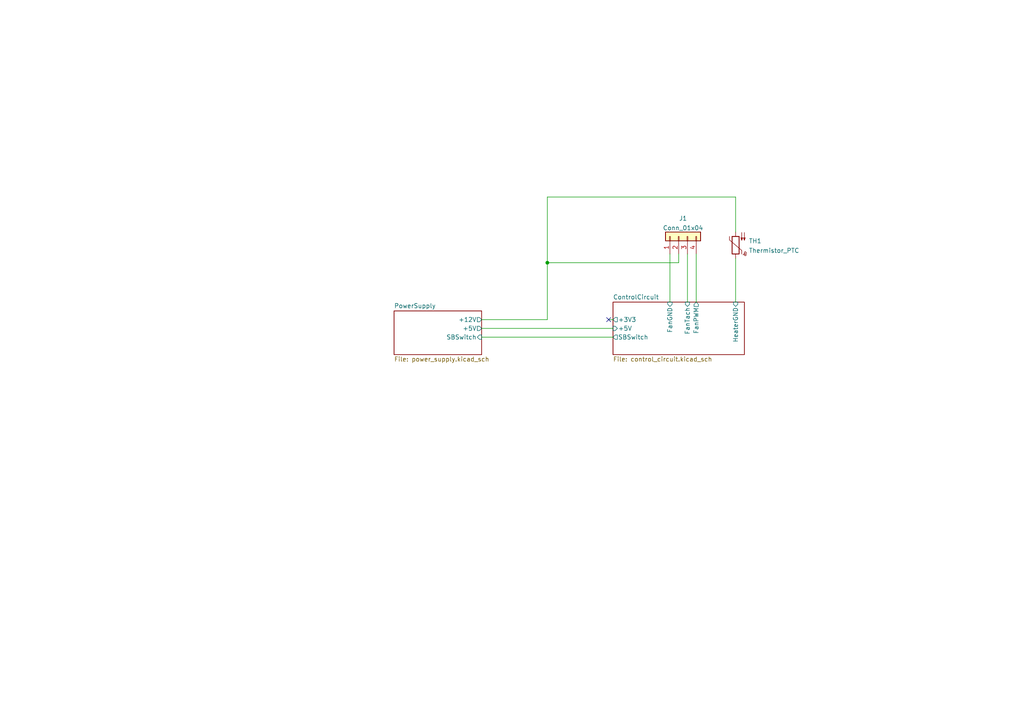
<source format=kicad_sch>
(kicad_sch (version 20210621) (generator eeschema)

  (uuid d542e8d6-e34f-44a4-bc7c-06faad7d23c4)

  (paper "A4")

  (title_block
    (title "Filament Dryer")
    (rev "1")
    (company "Fuziot Engineering")
  )

  (lib_symbols
    (symbol "Connector_Generic:Conn_01x04" (pin_names (offset 1.016) hide) (in_bom yes) (on_board yes)
      (property "Reference" "J" (id 0) (at 0 5.08 0)
        (effects (font (size 1.27 1.27)))
      )
      (property "Value" "Conn_01x04" (id 1) (at 0 -7.62 0)
        (effects (font (size 1.27 1.27)))
      )
      (property "Footprint" "" (id 2) (at 0 0 0)
        (effects (font (size 1.27 1.27)) hide)
      )
      (property "Datasheet" "~" (id 3) (at 0 0 0)
        (effects (font (size 1.27 1.27)) hide)
      )
      (property "ki_keywords" "connector" (id 4) (at 0 0 0)
        (effects (font (size 1.27 1.27)) hide)
      )
      (property "ki_description" "Generic connector, single row, 01x04, script generated (kicad-library-utils/schlib/autogen/connector/)" (id 5) (at 0 0 0)
        (effects (font (size 1.27 1.27)) hide)
      )
      (property "ki_fp_filters" "Connector*:*_1x??_*" (id 6) (at 0 0 0)
        (effects (font (size 1.27 1.27)) hide)
      )
      (symbol "Conn_01x04_1_1"
        (rectangle (start -1.27 -4.953) (end 0 -5.207)
          (stroke (width 0.1524) (type default) (color 0 0 0 0))
          (fill (type none))
        )
        (rectangle (start -1.27 -2.413) (end 0 -2.667)
          (stroke (width 0.1524) (type default) (color 0 0 0 0))
          (fill (type none))
        )
        (rectangle (start -1.27 0.127) (end 0 -0.127)
          (stroke (width 0.1524) (type default) (color 0 0 0 0))
          (fill (type none))
        )
        (rectangle (start -1.27 2.667) (end 0 2.413)
          (stroke (width 0.1524) (type default) (color 0 0 0 0))
          (fill (type none))
        )
        (rectangle (start -1.27 3.81) (end 1.27 -6.35)
          (stroke (width 0.254) (type default) (color 0 0 0 0))
          (fill (type background))
        )
        (pin passive line (at -5.08 2.54 0) (length 3.81)
          (name "Pin_1" (effects (font (size 1.27 1.27))))
          (number "1" (effects (font (size 1.27 1.27))))
        )
        (pin passive line (at -5.08 0 0) (length 3.81)
          (name "Pin_2" (effects (font (size 1.27 1.27))))
          (number "2" (effects (font (size 1.27 1.27))))
        )
        (pin passive line (at -5.08 -2.54 0) (length 3.81)
          (name "Pin_3" (effects (font (size 1.27 1.27))))
          (number "3" (effects (font (size 1.27 1.27))))
        )
        (pin passive line (at -5.08 -5.08 0) (length 3.81)
          (name "Pin_4" (effects (font (size 1.27 1.27))))
          (number "4" (effects (font (size 1.27 1.27))))
        )
      )
    )
    (symbol "Device:Thermistor_PTC" (pin_numbers hide) (pin_names (offset 0)) (in_bom yes) (on_board yes)
      (property "Reference" "TH" (id 0) (at -4.064 0 90)
        (effects (font (size 1.27 1.27)))
      )
      (property "Value" "Thermistor_PTC" (id 1) (at 3.048 0 90)
        (effects (font (size 1.27 1.27)))
      )
      (property "Footprint" "" (id 2) (at 1.27 -5.08 0)
        (effects (font (size 1.27 1.27)) (justify left) hide)
      )
      (property "Datasheet" "~" (id 3) (at 0 0 0)
        (effects (font (size 1.27 1.27)) hide)
      )
      (property "ki_keywords" "resistor PTC thermistor sensor RTD" (id 4) (at 0 0 0)
        (effects (font (size 1.27 1.27)) hide)
      )
      (property "ki_description" "Temperature dependent resistor, positive temperature coefficient" (id 5) (at 0 0 0)
        (effects (font (size 1.27 1.27)) hide)
      )
      (property "ki_fp_filters" "*PTC* *Thermistor* PIN?ARRAY* bornier* *Terminal?Block* R_*" (id 6) (at 0 0 0)
        (effects (font (size 1.27 1.27)) hide)
      )
      (symbol "Thermistor_PTC_0_1"
        (arc (start -3.048 2.159) (mid -3.0505 2.3165) (end -3.175 2.413)
          (stroke (width 0) (type default) (color 0 0 0 0))
          (fill (type none))
        )
        (arc (start -3.048 2.159) (mid -2.9736 1.9794) (end -2.794 1.905)
          (stroke (width 0) (type default) (color 0 0 0 0))
          (fill (type none))
        )
        (arc (start -3.048 2.794) (mid -2.9736 2.6144) (end -2.794 2.54)
          (stroke (width 0) (type default) (color 0 0 0 0))
          (fill (type none))
        )
        (arc (start -2.794 1.905) (mid -2.6144 1.9794) (end -2.54 2.159)
          (stroke (width 0) (type default) (color 0 0 0 0))
          (fill (type none))
        )
        (arc (start -2.794 2.54) (mid -2.434 2.5608) (end -2.159 2.794)
          (stroke (width 0) (type default) (color 0 0 0 0))
          (fill (type none))
        )
        (arc (start -2.794 3.048) (mid -2.9736 2.9736) (end -3.048 2.794)
          (stroke (width 0) (type default) (color 0 0 0 0))
          (fill (type none))
        )
        (arc (start -2.54 2.794) (mid -2.6144 2.9736) (end -2.794 3.048)
          (stroke (width 0) (type default) (color 0 0 0 0))
          (fill (type none))
        )
        (rectangle (start -1.016 2.54) (end 1.016 -2.54)
          (stroke (width 0.254) (type default) (color 0 0 0 0))
          (fill (type none))
        )
        (polyline
          (pts
            (xy -2.54 2.159)
            (xy -2.54 2.794)
          )
          (stroke (width 0) (type default) (color 0 0 0 0))
          (fill (type none))
        )
        (polyline
          (pts
            (xy -1.778 2.54)
            (xy -1.778 1.524)
            (xy 1.778 -1.524)
            (xy 1.778 -2.54)
          )
          (stroke (width 0) (type default) (color 0 0 0 0))
          (fill (type none))
        )
        (polyline
          (pts
            (xy -2.54 -3.683)
            (xy -2.54 -1.397)
            (xy -2.794 -2.159)
            (xy -2.286 -2.159)
            (xy -2.54 -1.397)
            (xy -2.54 -1.651)
          )
          (stroke (width 0) (type default) (color 0 0 0 0))
          (fill (type outline))
        )
        (polyline
          (pts
            (xy -1.778 -3.683)
            (xy -1.778 -1.397)
            (xy -2.032 -2.159)
            (xy -1.524 -2.159)
            (xy -1.778 -1.397)
            (xy -1.778 -1.651)
          )
          (stroke (width 0) (type default) (color 0 0 0 0))
          (fill (type outline))
        )
      )
      (symbol "Thermistor_PTC_1_1"
        (pin passive line (at 0 3.81 270) (length 1.27)
          (name "~" (effects (font (size 1.27 1.27))))
          (number "1" (effects (font (size 1.27 1.27))))
        )
        (pin passive line (at 0 -3.81 90) (length 1.27)
          (name "~" (effects (font (size 1.27 1.27))))
          (number "2" (effects (font (size 1.27 1.27))))
        )
      )
    )
  )

  (junction (at 158.75 76.2) (diameter 0) (color 0 0 0 0))

  (no_connect (at 176.53 92.71) (uuid 7213a58f-4283-4a70-b584-0a296faa201d))

  (wire (pts (xy 176.53 92.71) (xy 177.8 92.71))
    (stroke (width 0) (type default) (color 0 0 0 0))
    (uuid 116afce5-fd76-4fa5-9310-8552a5b2bdde)
  )
  (wire (pts (xy 213.36 74.93) (xy 213.36 87.63))
    (stroke (width 0) (type default) (color 0 0 0 0))
    (uuid 318cf16e-aae8-4933-bd00-010516248454)
  )
  (wire (pts (xy 139.7 95.25) (xy 177.8 95.25))
    (stroke (width 0) (type default) (color 0 0 0 0))
    (uuid 59f74044-25df-407b-b7ca-86125493b2cd)
  )
  (wire (pts (xy 196.85 73.66) (xy 196.85 76.2))
    (stroke (width 0) (type default) (color 0 0 0 0))
    (uuid 8805230c-7d7f-4119-96d2-41bcdd265940)
  )
  (wire (pts (xy 196.85 76.2) (xy 158.75 76.2))
    (stroke (width 0) (type default) (color 0 0 0 0))
    (uuid 8805230c-7d7f-4119-96d2-41bcdd265940)
  )
  (wire (pts (xy 201.93 73.66) (xy 201.93 87.63))
    (stroke (width 0) (type default) (color 0 0 0 0))
    (uuid bf1d202a-3658-4098-affc-244fd91fd3ab)
  )
  (wire (pts (xy 139.7 97.79) (xy 177.8 97.79))
    (stroke (width 0) (type default) (color 0 0 0 0))
    (uuid c0f3dd02-51c1-4aaa-8833-d081d4d75046)
  )
  (wire (pts (xy 199.39 73.66) (xy 199.39 87.63))
    (stroke (width 0) (type default) (color 0 0 0 0))
    (uuid ca69ab31-1395-4cdd-957c-a3f18ad8d174)
  )
  (wire (pts (xy 213.36 67.31) (xy 213.36 57.15))
    (stroke (width 0) (type default) (color 0 0 0 0))
    (uuid cfe254b2-1a62-406d-9893-c041cd09da36)
  )
  (wire (pts (xy 158.75 76.2) (xy 158.75 92.71))
    (stroke (width 0) (type default) (color 0 0 0 0))
    (uuid cfe254b2-1a62-406d-9893-c041cd09da36)
  )
  (wire (pts (xy 213.36 57.15) (xy 158.75 57.15))
    (stroke (width 0) (type default) (color 0 0 0 0))
    (uuid cfe254b2-1a62-406d-9893-c041cd09da36)
  )
  (wire (pts (xy 158.75 57.15) (xy 158.75 76.2))
    (stroke (width 0) (type default) (color 0 0 0 0))
    (uuid cfe254b2-1a62-406d-9893-c041cd09da36)
  )
  (wire (pts (xy 139.7 92.71) (xy 158.75 92.71))
    (stroke (width 0) (type default) (color 0 0 0 0))
    (uuid df273910-57f8-4851-a633-c39a0ac1dd84)
  )
  (wire (pts (xy 194.31 73.66) (xy 194.31 87.63))
    (stroke (width 0) (type default) (color 0 0 0 0))
    (uuid fc14de84-e3ef-4056-8e48-6f8344c3cfc7)
  )

  (symbol (lib_id "Device:Thermistor_PTC") (at 213.36 71.12 180) (unit 1)
    (in_bom yes) (on_board yes) (fields_autoplaced)
    (uuid bc6ab150-6930-4151-91b4-832d96152050)
    (property "Reference" "TH1" (id 0) (at 217.17 69.894 0)
      (effects (font (size 1.27 1.27)) (justify right))
    )
    (property "Value" "Thermistor_PTC" (id 1) (at 217.17 72.6691 0)
      (effects (font (size 1.27 1.27)) (justify right))
    )
    (property "Footprint" "Connector:7A_Connector_2Pin" (id 2) (at 212.09 66.04 0)
      (effects (font (size 1.27 1.27)) (justify left) hide)
    )
    (property "Datasheet" "~" (id 3) (at 213.36 71.12 0)
      (effects (font (size 1.27 1.27)) hide)
    )
    (pin "1" (uuid fdd3d718-031e-482e-9553-4b39e0ca7cfb))
    (pin "2" (uuid 14ab2636-4172-4a3d-a93a-a2a3555f5156))
  )

  (symbol (lib_id "Connector_Generic:Conn_01x04") (at 196.85 68.58 90) (unit 1)
    (in_bom yes) (on_board yes) (fields_autoplaced)
    (uuid f0707a69-9c4e-438c-aeec-e199aa187954)
    (property "Reference" "J1" (id 0) (at 198.12 63.3435 90))
    (property "Value" "Conn_01x04" (id 1) (at 198.12 66.1186 90))
    (property "Footprint" "Connector:FanPinHeader_1x04_P2.54mm_Vertical" (id 2) (at 196.85 68.58 0)
      (effects (font (size 1.27 1.27)) hide)
    )
    (property "Datasheet" "~" (id 3) (at 196.85 68.58 0)
      (effects (font (size 1.27 1.27)) hide)
    )
    (pin "1" (uuid 02bb1638-542f-401b-9521-1ccacd2dd0c3))
    (pin "2" (uuid ea71fd21-3265-4da5-a74f-40e5934c00e0))
    (pin "3" (uuid 3de13062-ea2c-4299-97e2-af676860570a))
    (pin "4" (uuid afe42fb2-b1d0-4142-bb5f-54b6eeec00af))
  )

  (sheet (at 177.8 87.63) (size 38.1 15.24) (fields_autoplaced)
    (stroke (width 0.1524) (type solid) (color 0 0 0 0))
    (fill (color 0 0 0 0.0000))
    (uuid 151c5c3c-55bc-4cf6-b8cf-ffd029c58ad6)
    (property "Sheet name" "ControlCircuit" (id 0) (at 177.8 86.9184 0)
      (effects (font (size 1.27 1.27)) (justify left bottom))
    )
    (property "Sheet file" "control_circuit.kicad_sch" (id 1) (at 177.8 103.4546 0)
      (effects (font (size 1.27 1.27)) (justify left top))
    )
    (pin "+3V3" output (at 177.8 92.71 180)
      (effects (font (size 1.27 1.27)) (justify left))
      (uuid f5935b43-176d-40ec-9b4f-f9005e77d3c7)
    )
    (pin "FanPWM" output (at 201.93 87.63 90)
      (effects (font (size 1.27 1.27)) (justify right))
      (uuid fe363dd8-ac8b-4674-9057-eb07902b9f7e)
    )
    (pin "FanGND" input (at 194.31 87.63 90)
      (effects (font (size 1.27 1.27)) (justify right))
      (uuid 386c5e94-ced9-4f4f-ae63-ff000c13f606)
    )
    (pin "HeaterGND" input (at 213.36 87.63 90)
      (effects (font (size 1.27 1.27)) (justify right))
      (uuid 1963833d-fe33-4eca-88e1-4ada21382cbe)
    )
    (pin "FanTach" input (at 199.39 87.63 90)
      (effects (font (size 1.27 1.27)) (justify right))
      (uuid 1404c46b-589d-45ec-bfb4-ddc9877dbbef)
    )
    (pin "+5V" input (at 177.8 95.25 180)
      (effects (font (size 1.27 1.27)) (justify left))
      (uuid 8d0e4af9-537b-4ef9-85a9-d382d491fa38)
    )
    (pin "SBSwitch" output (at 177.8 97.79 180)
      (effects (font (size 1.27 1.27)) (justify left))
      (uuid e62dfae0-7a6c-490a-a7b4-48558fcea388)
    )
  )

  (sheet (at 114.3 90.17) (size 25.4 12.7) (fields_autoplaced)
    (stroke (width 0.1524) (type solid) (color 0 0 0 0))
    (fill (color 0 0 0 0.0000))
    (uuid 4d5e2f28-cd2f-48bf-b4cd-39752362d006)
    (property "Sheet name" "PowerSupply" (id 0) (at 114.3 89.4584 0)
      (effects (font (size 1.27 1.27)) (justify left bottom))
    )
    (property "Sheet file" "power_supply.kicad_sch" (id 1) (at 114.3 103.4546 0)
      (effects (font (size 1.27 1.27)) (justify left top))
    )
    (pin "+12V" output (at 139.7 92.71 0)
      (effects (font (size 1.27 1.27)) (justify right))
      (uuid 4790b9c9-4238-4a32-b1dc-c2ed0586ecb9)
    )
    (pin "+5V" output (at 139.7 95.25 0)
      (effects (font (size 1.27 1.27)) (justify right))
      (uuid aaf5beee-067d-4bac-a0f7-8e9b098445d7)
    )
    (pin "SBSwitch" input (at 139.7 97.79 0)
      (effects (font (size 1.27 1.27)) (justify right))
      (uuid 9fa7f5a7-8387-4252-8d99-74a315f6b3e5)
    )
  )

  (sheet_instances
    (path "/" (page "1"))
    (path "/151c5c3c-55bc-4cf6-b8cf-ffd029c58ad6" (page "2"))
    (path "/4d5e2f28-cd2f-48bf-b4cd-39752362d006" (page "3"))
  )

  (symbol_instances
    (path "/151c5c3c-55bc-4cf6-b8cf-ffd029c58ad6/3ab501ef-bc6d-4a76-b980-7ec07fb51b96"
      (reference "#PWR01") (unit 1) (value "GND") (footprint "")
    )
    (path "/151c5c3c-55bc-4cf6-b8cf-ffd029c58ad6/6eae89c6-8f2f-4af6-b31a-f8beaeb780e9"
      (reference "#PWR02") (unit 1) (value "GND") (footprint "")
    )
    (path "/151c5c3c-55bc-4cf6-b8cf-ffd029c58ad6/63fb143e-8ccf-4cab-9035-cce0bcd7bc6c"
      (reference "#PWR03") (unit 1) (value "GND") (footprint "")
    )
    (path "/151c5c3c-55bc-4cf6-b8cf-ffd029c58ad6/ed8db0b3-e402-49b1-8044-a08b479b7b79"
      (reference "#PWR04") (unit 1) (value "GND") (footprint "")
    )
    (path "/151c5c3c-55bc-4cf6-b8cf-ffd029c58ad6/1d095d72-9ee4-49cb-bffa-b6d86fb82cb3"
      (reference "#PWR05") (unit 1) (value "GND") (footprint "")
    )
    (path "/151c5c3c-55bc-4cf6-b8cf-ffd029c58ad6/22186177-d54e-4ecf-b64e-824bc9cfb83f"
      (reference "#PWR06") (unit 1) (value "GND") (footprint "")
    )
    (path "/4d5e2f28-cd2f-48bf-b4cd-39752362d006/fb97bca1-8aa0-47c7-9f9e-a0bd77fdda1b"
      (reference "#PWR09") (unit 1) (value "GND") (footprint "")
    )
    (path "/4d5e2f28-cd2f-48bf-b4cd-39752362d006/6e1ae61e-4afa-4c21-b451-ed4a72d78713"
      (reference "#PWR0101") (unit 1) (value "GND") (footprint "")
    )
    (path "/4d5e2f28-cd2f-48bf-b4cd-39752362d006/05250c0a-3f1e-417e-93a8-7c8062cc1db6"
      (reference "#PWR0102") (unit 1) (value "GND") (footprint "")
    )
    (path "/151c5c3c-55bc-4cf6-b8cf-ffd029c58ad6/509f9376-783b-4105-b128-fb6d30f7b8f9"
      (reference "A1") (unit 1) (value "Arduino_Nano_v3.x") (footprint "Module:Arduino_Nano")
    )
    (path "/4d5e2f28-cd2f-48bf-b4cd-39752362d006/0433e9bf-6ee3-4a68-9ea6-aef34dc498d3"
      (reference "F1") (unit 1) (value "Fuse") (footprint "Connector:7A_Connector_2Pin")
    )
    (path "/f0707a69-9c4e-438c-aeec-e199aa187954"
      (reference "J1") (unit 1) (value "Conn_01x04") (footprint "Connector:FanPinHeader_1x04_P2.54mm_Vertical")
    )
    (path "/4d5e2f28-cd2f-48bf-b4cd-39752362d006/7f6011a7-1409-4803-ab60-c2025ff67926"
      (reference "J2") (unit 1) (value "Barrel_Jack_Switch") (footprint "Connector:7A_Connector_2Pin")
    )
    (path "/151c5c3c-55bc-4cf6-b8cf-ffd029c58ad6/4978f96b-703b-49e0-9c88-1205fec334f9"
      (reference "Q1") (unit 1) (value "IRF540N") (footprint "Package_TO_SOT_THT:TO-220-3_Horizontal_TabUp")
    )
    (path "/151c5c3c-55bc-4cf6-b8cf-ffd029c58ad6/8d0466b4-4ddd-4270-8706-fe264b426db7"
      (reference "Q2") (unit 1) (value "IRF540N") (footprint "Package_TO_SOT_THT:TO-220-3_Horizontal_TabUp")
    )
    (path "/4d5e2f28-cd2f-48bf-b4cd-39752362d006/3e933f37-6e44-4c12-851c-d16c3f56d9ae"
      (reference "Q3") (unit 1) (value "IRF540N") (footprint "Package_TO_SOT_THT:TO-220-3_Horizontal_TabUp")
    )
    (path "/151c5c3c-55bc-4cf6-b8cf-ffd029c58ad6/a9883800-e777-4272-866b-c99b723b08ca"
      (reference "R1") (unit 1) (value "330") (footprint "Resistor_THT:R_Axial_DIN0207_L6.3mm_D2.5mm_P10.16mm_Horizontal")
    )
    (path "/151c5c3c-55bc-4cf6-b8cf-ffd029c58ad6/97064515-cc5b-4cba-be25-6833339ade4c"
      (reference "R2") (unit 1) (value "10k") (footprint "Resistor_THT:R_Axial_DIN0207_L6.3mm_D2.5mm_P10.16mm_Horizontal")
    )
    (path "/151c5c3c-55bc-4cf6-b8cf-ffd029c58ad6/d0939ddc-f9eb-4844-8901-bcda58f3c916"
      (reference "R3") (unit 1) (value "10k") (footprint "Resistor_THT:R_Axial_DIN0207_L6.3mm_D2.5mm_P10.16mm_Horizontal")
    )
    (path "/4d5e2f28-cd2f-48bf-b4cd-39752362d006/c480f664-1b08-4c9a-b5ec-285c3764f154"
      (reference "R4") (unit 1) (value "10k") (footprint "Resistor_THT:R_Axial_DIN0207_L6.3mm_D2.5mm_P10.16mm_Horizontal")
    )
    (path "/151c5c3c-55bc-4cf6-b8cf-ffd029c58ad6/e4c03ba0-f042-43dc-800d-6bc265118e88"
      (reference "R5") (unit 1) (value "220") (footprint "Resistor_THT:R_Axial_DIN0207_L6.3mm_D2.5mm_P10.16mm_Horizontal")
    )
    (path "/151c5c3c-55bc-4cf6-b8cf-ffd029c58ad6/660e624f-7e82-4fff-9d28-10788f231270"
      (reference "R6") (unit 1) (value "220") (footprint "Resistor_THT:R_Axial_DIN0207_L6.3mm_D2.5mm_P10.16mm_Horizontal")
    )
    (path "/4d5e2f28-cd2f-48bf-b4cd-39752362d006/8218b03d-8a6c-40df-9ff9-96aaf9fef4d2"
      (reference "R7") (unit 1) (value "220") (footprint "Resistor_THT:R_Axial_DIN0207_L6.3mm_D2.5mm_P10.16mm_Horizontal")
    )
    (path "/151c5c3c-55bc-4cf6-b8cf-ffd029c58ad6/cd09d759-773b-41d3-9c5d-ddd6a2a01d68"
      (reference "SW1") (unit 1) (value "SW_Push") (footprint "Connector_PinHeader_2.54mm:PinHeader_1x02_P2.54mm_Vertical")
    )
    (path "/151c5c3c-55bc-4cf6-b8cf-ffd029c58ad6/c3fa0b8e-7de6-4fc9-9c2d-1003b7e97769"
      (reference "SW2") (unit 1) (value "SW_Push") (footprint "Connector_PinHeader_2.54mm:PinHeader_1x02_P2.54mm_Vertical")
    )
    (path "/4d5e2f28-cd2f-48bf-b4cd-39752362d006/42db30a0-7041-423c-9c3e-3052e4423df0"
      (reference "SW3") (unit 1) (value "SW_SPST") (footprint "Connector:7A_Connector_2Pin")
    )
    (path "/bc6ab150-6930-4151-91b4-832d96152050"
      (reference "TH1") (unit 1) (value "Thermistor_PTC") (footprint "Connector:7A_Connector_2Pin")
    )
    (path "/151c5c3c-55bc-4cf6-b8cf-ffd029c58ad6/c09952c0-3436-4cbc-b85d-878e844431e6"
      (reference "U1") (unit 1) (value "TCA9548A") (footprint "I2C:TCA9548A")
    )
    (path "/151c5c3c-55bc-4cf6-b8cf-ffd029c58ad6/01f7529c-5a00-4dd3-9fc4-0f8833ae8171"
      (reference "U2") (unit 1) (value "DHT22") (footprint "Connector_JST:JST_XH_B4B-XH-A_1x04_P2.50mm_Vertical")
    )
    (path "/151c5c3c-55bc-4cf6-b8cf-ffd029c58ad6/8e2f20ab-cf40-4735-9556-fe3f6ee2d8e4"
      (reference "U3") (unit 1) (value "HX711") (footprint "Connector_JST:JST_XH_B4B-XH-A_1x04_P2.50mm_Vertical")
    )
    (path "/151c5c3c-55bc-4cf6-b8cf-ffd029c58ad6/b30e0f93-a763-478c-8b1c-563bbdc79286"
      (reference "U4") (unit 1) (value "Loadcell") (footprint "")
    )
    (path "/151c5c3c-55bc-4cf6-b8cf-ffd029c58ad6/ba77ba03-e28d-4849-84d6-d6bb21e8e99f"
      (reference "U5") (unit 1) (value "AT24CXX") (footprint "Connector_JST:JST_XH_B4B-XH-A_1x04_P2.50mm_Vertical")
    )
    (path "/151c5c3c-55bc-4cf6-b8cf-ffd029c58ad6/ca2e612f-3b1e-43f6-b126-766bce80c9a0"
      (reference "U6") (unit 1) (value "OLED") (footprint "Connector_JST:JST_XH_B4B-XH-A_1x04_P2.50mm_Vertical")
    )
    (path "/4d5e2f28-cd2f-48bf-b4cd-39752362d006/04df00a8-c800-4495-9c02-c687c8b08518"
      (reference "U7") (unit 1) (value "LM2596S-ADJ-PCB") (footprint "Buck_Converter:LM2596")
    )
    (path "/151c5c3c-55bc-4cf6-b8cf-ffd029c58ad6/f6748f58-468f-4b7d-bba8-ae3eceb9ccc2"
      (reference "U8") (unit 1) (value "OLED") (footprint "Connector_JST:JST_XH_B4B-XH-A_1x04_P2.50mm_Vertical")
    )
  )
)

</source>
